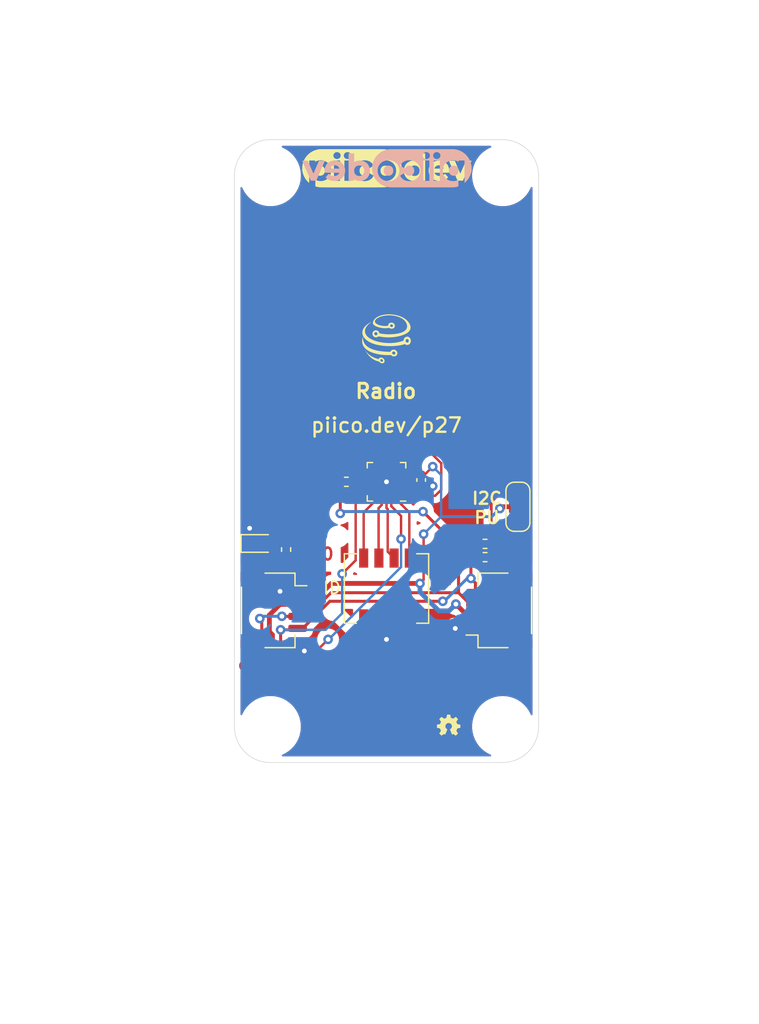
<source format=kicad_pcb>
(kicad_pcb (version 20211014) (generator pcbnew)
  (layers (0 "F.Cu" signal) (31 "B.Cu" signal) (34 "B.Paste" user) (35 "F.Paste" user) (36 "B.SilkS" user "B.Silkscreen") (37 "F.SilkS" user "F.Silkscreen") (38 "B.Mask" user) (39 "F.Mask" user) (44 "Edge.Cuts" user))
  (net 0 "")
  (net 1 "+3V3")
  (net 2 "GND")
  (net 3 "Net-(D1-Pad2)")
  (net 4 "/SCL")
  (net 5 "/SDA")
  (net 6 "Net-(JP2-Pad1)")
  (net 7 "Net-(JP2-Pad3)")
  (net 8 "/UPDI")
  (net 9 "/ADD2")
  (net 10 "/ADD1")
  (net 11 "/PWR_LED")
  (net 12 "/ADD3")
  (net 13 "/ADD4")
  (net 22 "Net-(RV1-Pad2)")
  (net 24 "Net-(R4-Pad1)")
  (footprint "Connector_JST:JST_SH_SM04B-SRSS-TB_1x04-1MP_P1.00mm_Horizontal" (layer "F.Cu") (at 106.7054 101.346 90)
    (fp_text reference "J2" hide)
    (fp_text value " ")
    (pad "1" smd roundrect locked (at -1.5 -2 90) (size 0.6 1.55) (layers "F.Cu" "F.Paste" "F.Mask") (net 2 "GND"))
    (pad "2" smd roundrect locked (at -0.5 -2 90) (size 0.6 1.55) (layers "F.Cu" "F.Paste" "F.Mask") (net 1 "+3V3"))
    (pad "3" smd roundrect locked (at 0.5 -2 90) (size 0.6 1.55) (layers "F.Cu" "F.Paste" "F.Mask") (net 5 "/SDA"))
    (pad "4" smd roundrect locked (at 1.5 -2 90) (size 0.6 1.55) (layers "F.Cu" "F.Paste" "F.Mask") (net 4 "/SCL"))
    (pad "MP" smd roundrect locked (at 2.8 1.875 90) (size 1.2 1.8) (layers "F.Cu" "F.Paste" "F.Mask") (roundrect_rratio 0.2083333333))
    (pad "MP" smd roundrect locked (at -2.8 1.875 90) (size 1.2 1.8) (layers "F.Cu" "F.Paste" "F.Mask") (roundrect_rratio 0.2083333333))
  )
  (footprint "CoreElectronics_Components:MountingHole_2.7mm_M2.5_PadClearance_1.2" (layer "F.Cu") (at 87.582 65.046)
    (fp_text reference "H1" hide)
    (fp_text value "MountingHole" hide)
    (pad "" np_thru_hole circle locked (at 0 0) (size 2.7 2.7) (drill 2.7) (layers *.Cu *.Mask))
  )
  (footprint "Fiducial:Fiducial_1mm_Mask2mm" (layer "F.Cu") (at 90.424 112.708)
    (fp_text reference "FID1" hide)
    (fp_text value "Fiducial" hide)
    (pad "" smd circle locked (at 0 0) (size 1 1) (layers "F.Cu" "F.Mask") (clearance 0.5))
  )
  (footprint "CoreElectronics_Components:MountingHole_2.7mm_M2.5_PadClearance_1.2" (layer "F.Cu") (at 106.982 65.046)
    (fp_text reference "H2" hide)
    (fp_text value "MountingHole" hide)
    (pad "" np_thru_hole circle locked (at 0 0) (size 2.7 2.7) (drill 2.7) (layers *.Cu *.Mask))
  )
  (footprint "Fiducial:Fiducial_1mm_Mask2mm" (layer "F.Cu") (at 108.0516 69.2232)
    (fp_text reference "FID2" hide)
    (fp_text value "Fiducial" hide)
    (pad "" smd circle locked (at 0 0) (size 1 1) (layers "F.Cu" "F.Mask") (clearance 0.5))
  )
  (footprint "Resistor_SMD:R_0402_1005Metric" (layer "F.Cu") (at 88.9 96.266 90)
    (fp_text reference "R1" hide)
    (fp_text value "10k")
    (pad "1" smd roundrect locked (at -0.51 0 90) (size 0.54 0.64) (layers "F.Cu" "F.Paste" "F.Mask") (net 11 "/PWR_LED"))
    (pad "2" smd roundrect locked (at 0.51 0 90) (size 0.54 0.64) (layers "F.Cu" "F.Paste" "F.Mask") (net 3 "Net-(D1-Pad2)"))
  )
  (footprint "LED_SMD:LED_0603_1608Metric" (layer "F.Cu") (at 86.614 95.758)
    (fp_text reference "D1" hide)
    (fp_text value "LED")
    (pad "1" smd roundrect locked (at -0.7875 0) (size 0.875 0.95) (layers "F.Cu" "F.Paste" "F.Mask") (net 2 "GND"))
    (pad "2" smd roundrect locked (at 0.7875 0) (size 0.875 0.95) (layers "F.Cu" "F.Paste" "F.Mask") (net 3 "Net-(D1-Pad2)"))
  )
  (footprint "Connector_JST:JST_SH_SM04B-SRSS-TB_1x04-1MP_P1.00mm_Horizontal" (layer "F.Cu") (at 87.8586 101.346 -90)
    (fp_text reference "J1" hide)
    (fp_text value " " hide)
    (pad "1" smd roundrect locked (at -1.5 -2 270) (size 0.6 1.55) (layers "F.Cu" "F.Paste" "F.Mask") (net 2 "GND"))
    (pad "2" smd roundrect locked (at -0.5 -2 270) (size 0.6 1.55) (layers "F.Cu" "F.Paste" "F.Mask") (net 1 "+3V3"))
    (pad "3" smd roundrect locked (at 0.5 -2 270) (size 0.6 1.55) (layers "F.Cu" "F.Paste" "F.Mask") (net 5 "/SDA"))
    (pad "4" smd roundrect locked (at 1.5 -2 270) (size 0.6 1.55) (layers "F.Cu" "F.Paste" "F.Mask") (net 4 "/SCL"))
    (pad "MP" smd roundrect locked (at 2.8 1.875 270) (size 1.2 1.8) (layers "F.Cu" "F.Paste" "F.Mask") (roundrect_rratio 0.2083325))
    (pad "MP" smd roundrect locked (at -2.8 1.875 270) (size 1.2 1.8) (layers "F.Cu" "F.Paste" "F.Mask") (roundrect_rratio 0.2083325))
  )
  (footprint "CoreElectronics_Artwork:oshw" (layer "F.Cu") (at 102.4636 110.93)
    (fp_text reference "LOGO1" hide)
    (fp_text value "Logo_Open_Hardware_Small" hide)
  )
  (footprint "Resistor_SMD:R_0402_1005Metric" (layer "F.Cu") (at 105.5116 96.901 180)
    (fp_text reference "R2" hide)
    (fp_text value "10k")
    (pad "1" smd roundrect locked (at -0.51 0 180) (size 0.54 0.64) (layers "F.Cu" "F.Paste" "F.Mask") (net 7 "Net-(JP2-Pad3)"))
    (pad "2" smd roundrect locked (at 0.51 0 180) (size 0.54 0.64) (layers "F.Cu" "F.Paste" "F.Mask") (net 4 "/SCL"))
  )
  (footprint "Package_DFN_QFN:VQFN-20-1EP_3x3mm_P0.4mm_EP1.7x1.7mm" (layer "F.Cu") (at 97.282 90.61 180)
    (fp_text reference "U1" hide)
    (fp_text value "ATtiny1616-M")
    (pad "1" smd custom locked (at -1.45 -0.8 180) (size 0.143431 0.143431) (layers "F.Cu" "F.Paste" "F.Mask") (options (clearance outline) (anchor circle)) (primitives (gr_poly (pts (xy -0.35 -0.05) (xy 0.299289 -0.05) (xy 0.35 0.000711) (xy 0.35 0.05) (xy -0.35 0.05)) (width 0.1) (fill yes))))
    (pad "2" smd roundrect locked (at -1.45 -0.4 180) (size 0.8 0.2) (layers "F.Cu" "F.Paste" "F.Mask") (net 11 "/PWR_LED"))
    (pad "3" smd roundrect locked (at -1.45 0 180) (size 0.8 0.2) (layers "F.Cu" "F.Paste" "F.Mask") (net 2 "GND"))
    (pad "4" smd roundrect locked (at -1.45 0.4 180) (size 0.8 0.2) (layers "F.Cu" "F.Paste" "F.Mask") (net 1 "+3V3"))
    (pad "5" smd custom locked (at -1.45 0.8 180) (size 0.143431 0.143431) (layers "F.Cu" "F.Paste" "F.Mask") (options (clearance outline) (anchor circle)) (primitives (gr_poly (pts (xy -0.35 -0.05) (xy 0.35 -0.05) (xy 0.35 -0.000711) (xy 0.299289 0.05) (xy -0.35 0.05)) (width 0.1) (fill yes))))
    (pad "6" smd custom locked (at -0.8 1.45 180) (size 0.143431 0.143431) (layers "F.Cu" "F.Paste" "F.Mask") (options (clearance outline) (anchor circle)) (primitives (gr_poly (pts (xy -0.05 -0.299289) (xy 0.000711 -0.35) (xy 0.05 -0.35) (xy 0.05 0.35) (xy -0.05 0.35)) (width 0.1) (fill yes))))
    (pad "7" smd roundrect locked (at -0.4 1.45 180) (size 0.2 0.8) (layers "F.Cu" "F.Paste" "F.Mask"))
    (pad "8" smd roundrect locked (at 0 1.45 180) (size 0.2 0.8) (layers "F.Cu" "F.Paste" "F.Mask") (net 22 "Net-(RV1-Pad2)"))
    (pad "9" smd roundrect locked (at 0.4 1.45 180) (size 0.2 0.8) (layers "F.Cu" "F.Paste" "F.Mask"))
    (pad "10" smd custom locked (at 0.8 1.45 180) (size 0.143431 0.143431) (layers "F.Cu" "F.Paste" "F.Mask") (options (clearance outline) (anchor circle)) (primitives (gr_poly (pts (xy -0.05 -0.35) (xy -0.000711 -0.35) (xy 0.05 -0.299289) (xy 0.05 0.35) (xy -0.05 0.35)) (width 0.1) (fill yes))))
    (pad "11" smd custom locked (at 1.45 0.8 180) (size 0.143431 0.143431) (layers "F.Cu" "F.Paste" "F.Mask") (options (clearance outline) (anchor circle)) (primitives (gr_poly (pts (xy -0.35 -0.05) (xy 0.35 -0.05) (xy 0.35 0.05) (xy -0.299289 0.05) (xy -0.35 -0.000711)) (width 0.1) (fill yes))))
    (pad "12" smd roundrect locked (at 1.45 0.4 180) (size 0.8 0.2) (layers "F.Cu" "F.Paste" "F.Mask"))
    (pad "13" smd roundrect locked (at 1.45 0 180) (size 0.8 0.2) (layers "F.Cu" "F.Paste" "F.Mask") (net 24 "Net-(R4-Pad1)"))
    (pad "14" smd roundrect locked (at 1.45 -0.4 180) (size 0.8 0.2) (layers "F.Cu" "F.Paste" "F.Mask") (net 4 "/SCL"))
    (pad "15" smd custom locked (at 1.45 -0.8 180) (size 0.143431 0.143431) (layers "F.Cu" "F.Paste" "F.Mask") (options (clearance outline) (anchor circle)) (primitives (gr_poly (pts (xy -0.35 0.000711) (xy -0.299289 -0.05) (xy 0.35 -0.05) (xy 0.35 0.05) (xy -0.35 0.05)) (width 0.1) (fill yes))))
    (pad "16" smd custom locked (at 0.8 -1.45 180) (size 0.143431 0.143431) (layers "F.Cu" "F.Paste" "F.Mask") (net 13 "/ADD4") (options (clearance outline) (anchor circle)) (primitives (gr_poly (pts (xy -0.05 -0.35) (xy 0.05 -0.35) (xy 0.05 0.299289) (xy -0.000711 0.35) (xy -0.05 0.35)) (width 0.1) (fill yes))))
    (pad "17" smd roundrect locked (at 0.4 -1.45 180) (size 0.2 0.8) (layers "F.Cu" "F.Paste" "F.Mask") (net 12 "/ADD3"))
    (pad "18" smd roundrect locked (at 0 -1.45 180) (size 0.2 0.8) (layers "F.Cu" "F.Paste" "F.Mask") (net 9 "/ADD2"))
    (pad "19" smd roundrect locked (at -0.4 -1.45 180) (size 0.2 0.8) (layers "F.Cu" "F.Paste" "F.Mask") (net 8 "/UPDI"))
    (pad "20" smd custom locked (at -0.8 -1.45 180) (size 0.143431 0.143431) (layers "F.Cu" "F.Paste" "F.Mask") (net 10 "/ADD1") (options (clearance outline) (anchor circle)) (primitives (gr_poly (pts (xy -0.05 -0.35) (xy 0.05 -0.35) (xy 0.05 0.35) (xy 0.000711 0.35) (xy -0.05 0.299289)) (width 0.1) (fill yes))))
    (pad "21" smd rect locked (at 0 0 180) (size 1.7 1.7) (layers "F.Cu" "F.Mask") (net 2 "GND"))
  )
  (footprint "Capacitor_SMD:C_0402_1005Metric" (layer "F.Cu") (at 100.1776 90.4576 90)
    (fp_text reference "C1" hide)
    (fp_text value "100n")
    (pad "1" smd roundrect locked (at -0.48 0 90) (size 0.56 0.62) (layers "F.Cu" "F.Paste" "F.Mask") (net 2 "GND"))
    (pad "2" smd roundrect locked (at 0.48 0 90) (size 0.56 0.62) (layers "F.Cu" "F.Paste" "F.Mask") (net 1 "+3V3"))
  )
  (footprint "CoreElectronics_Components:SolderJumper-3_P1.3mm_Closed_RoundedPad1.0x1.5mm_NumberLabels" (layer "F.Cu") (at 108.2548 92.6928 -90)
    (fp_text reference "JP2" hide)
    (fp_text value "I2C PU")
    (fp_line (start -0.85 0) (end 0.85 0) (layer "F.Cu") (width 0.2))
    (pad "1" smd custom locked (at -1.3 0 270) (size 1 0.5) (layers "F.Cu" "F.Mask") (net 6 "Net-(JP2-Pad1)") (options (clearance outline) (anchor rect)) (primitives (gr_circle (center 0 0.25) (end 0.5 0.25) (width 0) (fill yes)) (gr_circle (center 0 -0.25) (end 0.5 -0.25) (width 0) (fill yes)) (gr_poly (pts (xy 0.55 -0.75) (xy 0 -0.75) (xy 0 0.75) (xy 0.55 0.75)) (width 0) (fill yes))))
    (pad "2" smd rect locked (at 0 0 270) (size 1 1.5) (layers "F.Cu" "F.Mask") (net 1 "+3V3"))
    (pad "3" smd custom locked (at 1.3 0 270) (size 1 0.5) (layers "F.Cu" "F.Mask") (net 7 "Net-(JP2-Pad3)") (options (clearance outline) (anchor rect)) (primitives (gr_circle (center 0 0.25) (end 0.5 0.25) (width 0) (fill yes)) (gr_circle (center 0 -0.25) (end 0.5 -0.25) (width 0) (fill yes)) (gr_poly (pts (xy -0.55 -0.75) (xy 0 -0.75) (xy 0 0.75) (xy -0.55 0.75)) (width 0) (fill yes))))
  )
  (footprint "CoreElectronics_Artwork:piicodev_logo_14.2x3.4mm" (layer "F.Cu") (at 97.329859 64.5352)
    (fp_text reference "G1" hide)
    (fp_text value "LOGO_PiicoDev" hide)
  )
  (footprint "Resistor_SMD:R_0402_1005Metric" (layer "F.Cu") (at 105.5096 95.7916 180)
    (fp_text reference "R3" hide)
    (fp_text value "10k")
    (pad "1" smd roundrect locked (at -0.51 0 180) (size 0.54 0.64) (layers "F.Cu" "F.Paste" "F.Mask") (net 6 "Net-(JP2-Pad1)"))
    (pad "2" smd roundrect locked (at 0.51 0 180) (size 0.54 0.64) (layers "F.Cu" "F.Paste" "F.Mask") (net 5 "/SDA"))
  )
  (footprint "CoreElectronics_Artwork:CoreElectronics_logo_5mm_v2" (layer "F.Cu") (at 97.282 78.672)
    (fp_text reference "G2" hide)
    (fp_text value "LOGO_CoreElectronics_no-text" hide)
  )
  (footprint "CoreElectronics_Components:SW_DIP_x04_Slide_CHS-04A1" (layer "F.Cu") (at 97.282 99.5172)
    (fp_text reference "SW1" hide)
    (fp_text value "ADDR")
    (pad "1" smd rect locked (at -1.905 2.54) (size 0.76 1.6) (layers "F.Cu" "F.Paste" "F.Mask") (net 2 "GND"))
    (pad "2" smd rect locked (at -0.635 2.54) (size 0.76 1.6) (layers "F.Cu" "F.Paste" "F.Mask") (net 2 "GND"))
    (pad "3" smd rect locked (at 0.635 2.54) (size 0.76 1.6) (layers "F.Cu" "F.Paste" "F.Mask") (net 2 "GND"))
    (pad "4" smd rect locked (at 1.905 2.54) (size 0.76 1.6) (layers "F.Cu" "F.Paste" "F.Mask") (net 2 "GND"))
    (pad "5" smd rect locked (at 1.905 -2.54) (size 0.76 1.6) (layers "F.Cu" "F.Paste" "F.Mask") (net 10 "/ADD1"))
    (pad "6" smd rect locked (at 0.635 -2.54) (size 0.76 1.6) (layers "F.Cu" "F.Paste" "F.Mask") (net 9 "/ADD2"))
    (pad "7" smd rect locked (at -0.635 -2.54) (size 0.76 1.6) (layers "F.Cu" "F.Paste" "F.Mask") (net 12 "/ADD3"))
    (pad "8" smd rect locked (at -1.905 -2.54) (size 0.76 1.6) (layers "F.Cu" "F.Paste" "F.Mask") (net 13 "/ADD4"))
  )
  (footprint "CoreElectronics_Components:MountingHole_2.7mm_M2.5_PadClearance_1.2" (layer "F.Cu") (at 106.982 111.0488)
    (fp_text reference "H4" hide)
    (fp_text value "MountingHole" hide)
    (pad "" np_thru_hole circle locked (at 0 0) (size 2.7 2.7) (drill 2.7) (layers *.Cu *.Mask))
  )
  (footprint "CoreElectronics_Components:MountingHole_2.7mm_M2.5_PadClearance_1.2" (layer "F.Cu") (at 87.5792 111.0488)
    (fp_text reference "H3" hide)
    (fp_text value "MountingHole" hide)
    (pad "" np_thru_hole circle locked (at 0 0) (size 2.7 2.7) (drill 2.7) (layers *.Cu *.Mask))
  )
  (footprint "Resistor_SMD:R_0402_1005Metric" (layer "F.Cu") (at 93.9292 90.61 180)
    (fp_text reference "R4" hide)
    (fp_text value "120R")
    (pad "1" smd roundrect (at -0.51 0 180) (size 0.54 0.64) (layers "F.Cu" "F.Paste" "F.Mask") (net 24 "Net-(R4-Pad1)"))
    (pad "2" smd roundrect (at 0.51 0 180) (size 0.54 0.64) (layers "F.Cu" "F.Paste" "F.Mask") (net 5 "/SDA"))
  )
  (footprint "CoreElectronics_Components:TestPoint_Pad_D1.0mm_x05_Pattern1" (layer "F.Cu") (at 87.5792 106.9168 -90)
    (fp_text reference "J3" hide)
    (fp_text value "Conn_01x05_Male" hide)
    (pad "1" smd circle (at -0.95 -2.1 270) (size 1 1) (layers "F.Cu" "F.Mask") (net 2 "GND"))
    (pad "2" smd circle (at -0.95 0 270) (size 1 1) (layers "F.Cu" "F.Mask") (net 1 "+3V3"))
    (pad "3" smd circle (at -0.95 2.1 270) (size 1 1) (layers "F.Cu" "F.Mask") (net 5 "/SDA"))
    (pad "4" smd circle (at 0.95 1.05 270) (size 1 1) (layers "F.Cu" "F.Mask") (net 4 "/SCL"))
    (pad "5" smd circle (at 0.95 -1.05 270) (size 1 1) (layers "F.Cu" "F.Mask") (net 8 "/UPDI"))
  )
  (footprint "CoreElectronics_Artwork:piicodev_logo_14.2x3.4mm" (layer "B.Cu") (at 97.297953 64.5352 180)
    (fp_text reference "G3" hide)
    (fp_text value "LOGO_made-with-love" hide)
  )
  (gr_arc (start 109.982 110.998) (mid 109.119589 113.147586) (end 106.9848 114.046) (layer "Edge.Cuts") (width 0.05))
  (gr_arc (start 87.63 114.046) (mid 85.475881 113.188199) (end 84.582 111.0488) (layer "Edge.Cuts") (width 0.05))
  (gr_line (start 106.9848 114.046) (end 87.63 114.046) (layer "Edge.Cuts") (width 0.05))
  (gr_line (start 84.582 111.0488) (end 84.582 65.0206) (layer "Edge.Cuts") (width 0.05))
  (gr_arc (start 84.582 65.0206) (mid 85.469638 62.915706) (end 87.582 62.046) (layer "Edge.Cuts") (width 0.05))
  (gr_arc (start 106.982 62.046) (mid 109.085458 62.906765) (end 109.982 64.9952) (layer "Edge.Cuts") (width 0.05))
  (gr_line (start 87.582 62.046) (end 106.982 62.046) (layer "Edge.Cuts") (width 0.05))
  (gr_line (start 109.982 64.9952) (end 109.982 110.998) (layer "Edge.Cuts") (width 0.05))
  (gr_text "v00" (at 91.5162 96.647) (layer "F.Cu") (effects (font (size 1 1) (thickness 0.2))))
  (gr_text "piico.dev/p27" (at 97.282 85.8856) (layer "F.SilkS") (effects (font (size 1.2 1.2) (thickness 0.2))))
  (gr_text "ID" (at 93.5736 99.4664) (layer "F.SilkS") (effects (font (size 1 1)) (justify right)))
  (gr_text "Radio" (at 97.2312 83.0408) (layer "F.SilkS") (effects (font (size 1.2 1.2) (thickness 0.25))))
  (gr_text "I2C\nPU" (at 105.664 92.7944) (layer "F.SilkS") (effects (font (size 1 1) (thickness 0.2))))
  (segment (start 89.8586 100.846) (end 90.92717 100.846) (width 0.4) (layer "F.Cu") (net 1))
  (segment (start 100.3808 94.9788) (end 100.3808 98.7888) (width 0.2) (layer "F.Cu") (net 1))
  (segment (start 104.0984 101.846) (end 103.0732 100.8208) (width 0.4) (layer "F.Cu") (net 1))
  (segment (start 87.757 103.379264) (end 87.503 103.125264) (width 0.4) (layer "F.Cu") (net 1))
  (segment (start 106.8965 92.6928) (end 106.7441 92.8452) (width 0.4) (layer "F.Cu") (net 1))
  (segment (start 87.503 101.727) (end 88.384 100.846) (width 0.4) (layer "F.Cu") (net 1))
  (segment (start 98.732 90.21) (end 99.9452 90.21) (width 0.2) (layer "F.Cu") (net 1))
  (segment (start 90.92717 100.846) (end 92.67957 99.0936) (width 0.4) (layer "F.Cu") (net 1))
  (segment (start 100.1776 89.9776) (end 100.5052 89.9776) (width 0.2) (layer "F.Cu") (net 1))
  (segment (start 108.2548 92.6928) (end 106.8965 92.6928) (width 0.4) (layer "F.Cu") (net 1))
  (segment (start 99.9452 90.21) (end 100.1776 89.9776) (width 0.2) (layer "F.Cu") (net 1))
  (segment (start 100.5052 89.9776) (end 101.1428 89.34) (width 0.2) (layer "F.Cu") (net 1))
  (segment (start 100.3808 98.7888) (end 100.076 99.0936) (width 0.2) (layer "F.Cu") (net 1))
  (segment (start 87.5792 105.9668) (end 87.757 105.789) (width 0.4) (layer "F.Cu") (net 1))
  (segment (start 88.384 100.846) (end 89.8586 100.846) (width 0.4) (layer "F.Cu") (net 1))
  (segment (start 87.757 105.789) (end 87.757 103.379264) (width 0.4) (layer "F.Cu") (net 1))
  (segment (start 104.7054 101.846) (end 104.0984 101.846) (width 0.4) (layer "F.Cu") (net 1))
  (segment (start 87.503 103.125264) (end 87.503 101.727) (width 0.4) (layer "F.Cu") (net 1))
  (segment (start 92.67957 99.0936) (end 100.076 99.0936) (width 0.4) (layer "F.Cu") (net 1))
  (via (at 100.076 99.0936) (size 0.8) (drill 0.4) (layers "F.Cu" "B.Cu") (net 1))
  (via (at 103.0732 100.8208) (size 0.8) (drill 0.4) (layers "F.Cu" "B.Cu") (net 1))
  (via (at 106.7441 92.8452) (size 0.8) (drill 0.4) (layers "F.Cu" "B.Cu") (net 1))
  (via (at 100.3808 94.9788) (size 0.8) (drill 0.4) (layers "F.Cu" "B.Cu") (net 1))
  (via (at 101.1428 89.34) (size 0.8) (drill 0.4) (layers "F.Cu" "B.Cu") (net 1))
  (segment (start 100.076 99.80968) (end 100.076 99.0936) (width 0.4) (layer "B.Cu") (net 1))
  (segment (start 106.7441 92.8452) (end 106.072011 93.517289) (width 0.25) (layer "B.Cu") (net 1))
  (segment (start 103.0732 100.8208) (end 102.510489 101.383511) (width 0.4) (layer "B.Cu") (net 1))
  (segment (start 101.842311 90.039511) (end 101.842311 93.517289) (width 0.2) (layer "B.Cu") (net 1))
  (segment (start 101.842311 93.517289) (end 100.3808 94.9788) (width 0.2) (layer "B.Cu") (net 1))
  (segment (start 106.072011 93.517289) (end 101.842311 93.517289) (width 0.25) (layer "B.Cu") (net 1))
  (segment (start 101.1428 89.34) (end 101.842311 90.039511) (width 0.2) (layer "B.Cu") (net 1))
  (segment (start 101.649831 101.383511) (end 100.076 99.80968) (width 0.4) (layer "B.Cu") (net 1))
  (segment (start 102.510489 101.383511) (end 101.649831 101.383511) (width 0.4) (layer "B.Cu") (net 1))
  (segment (start 96.647 103.1322) (end 97.282 103.7672) (width 0.2) (layer "F.Cu") (net 2))
  (segment (start 104.7054 102.846) (end 104.1959 102.846) (width 0.2) (layer "F.Cu") (net 2))
  (segment (start 85.8265 94.5135) (end 85.852 94.488) (width 0.25) (layer "F.Cu") (net 2))
  (segment (start 89.6792 105.9668) (end 89.6792 105.4772) (width 0.4) (layer "F.Cu") (net 2))
  (segment (start 85.8265 95.758) (end 85.8265 94.5135) (width 0.25) (layer "F.Cu") (net 2))
  (segment (start 104.7054 102.846) (end 104.116 102.846) (width 0.2) (layer "F.Cu") (net 2))
  (segment (start 89.8586 99.846) (end 88.484 99.846) (width 0.25) (layer "F.Cu") (net 2))
  (segment (start 101.1148 90.9376) (end 101.1428 90.9656) (width 0.2) (layer "F.Cu") (net 2))
  (segment (start 98.732 90.61) (end 99.85 90.61) (width 0.2) (layer "F.Cu") (net 2))
  (segment (start 97.917 102.0572) (end 99.187 102.0572) (width 0.2) (layer "F.Cu") (net 2))
  (segment (start 100.1776 90.9376) (end 101.1148 90.9376) (width 0.2) (layer "F.Cu") (net 2))
  (segment (start 88.484 99.846) (end 88.392 99.754) (width 0.25) (layer "F.Cu") (net 2))
  (segment (start 99.85 90.61) (end 100.1776 90.9376) (width 0.2) (layer "F.Cu") (net 2))
  (segment (start 89.6792 105.4772) (end 90.424 104.7324) (width 0.4) (layer "F.Cu") (net 2))
  (segment (start 95.377 102.0572) (end 96.647 102.0572) (width 0.2) (layer "F.Cu") (net 2))
  (segment (start 96.647 102.0572) (end 97.917 102.0572) (width 0.2) (layer "F.Cu") (net 2))
  (segment (start 104.1092 102.8528) (end 103.0224 102.8528) (width 0.4) (layer "F.Cu") (net 2))
  (segment (start 104.116 102.846) (end 104.1092 102.8528) (width 0.4) (layer "F.Cu") (net 2))
  (segment (start 96.647 102.0572) (end 96.647 103.1322) (width 0.2) (layer "F.Cu") (net 2))
  (via (at 85.852 94.488) (size 0.8) (drill 0.4) (layers "F.Cu" "B.Cu") (net 2))
  (via (at 90.424 104.7324) (size 0.8) (drill 0.4) (layers "F.Cu" "B.Cu") (net 2))
  (via (at 103.0224 102.8528) (size 0.8) (drill 0.4) (layers "F.Cu" "B.Cu") (net 2))
  (via (at 88.392 99.754) (size 0.8) (drill 0.4) (layers "F.Cu" "B.Cu") (net 2))
  (via (at 101.1428 90.9656) (size 0.8) (drill 0.4) (layers "F.Cu" "B.Cu") (net 2))
  (via (at 97.282 103.7672) (size 0.8) (drill 0.4) (layers "F.Cu" "B.Cu") (net 2))
  (via (at 97.282 90.61) (size 0.8) (drill 0.4) (layers "F.Cu" "B.Cu") (net 2))
  (segment (start 87.4015 95.758) (end 88.898 95.758) (width 0.25) (layer "F.Cu") (net 3))
  (segment (start 88.898 95.758) (end 88.9 95.756) (width 0.25) (layer "F.Cu") (net 3))
  (segment (start 104.33038 97.26942) (end 104.33038 98.679) (width 0.25) (layer "F.Cu") (net 4))
  (segment (start 94.7928 91.1688) (end 94.707489 91.254111) (width 0.2) (layer "F.Cu") (net 4))
  (segment (start 88.441964 106.270072) (end 88.441964 102.966922) (width 0.25) (layer "F.Cu") (net 4))
  (segment (start 94.707489 97.163511) (end 93.5769 98.2941) (width 0.2) (layer "F.Cu") (net 4))
  (segment (start 104.33038 97.26942) (end 104.6988 96.901) (width 0.25) (layer "F.Cu") (net 4))
  (segment (start 92.55253 100.584) (end 90.29053 102.846) (width 0.25) (layer "F.Cu") (net 4))
  (segment (start 90.29053 102.846) (end 89.8586 102.846) (width 0.25) (layer "F.Cu") (net 4))
  (segment (start 88.441964 102.966922) (end 89.737678 102.966922) (width 0.25) (layer "F.Cu") (net 4))
  (segment (start 104.7054 99.846) (end 104.7054 99.05402) (width 0.25) (layer "F.Cu") (net 4))
  (segment (start 89.737678 102.966922) (end 89.8586 102.846) (width 0.25) (layer "F.Cu") (net 4))
  (segment (start 101.981 100.584) (end 100.33 100.584) (width 0.25) (layer "F.Cu") (net 4))
  (segment (start 86.845236 107.8668) (end 88.441964 106.270072) (width 0.25) (layer "F.Cu") (net 4))
  (segment (start 104.6988 96.901) (end 105.0016 96.901) (width 0.25) (layer "F.Cu") (net 4))
  (segment (start 104.7054 99.05402) (end 104.33038 98.679) (width 0.25) (layer "F.Cu") (net 4))
  (segment (start 100.33 100.584) (end 92.55253 100.584) (width 0.25) (layer "F.Cu") (net 4))
  (segment (start 95.832 91.01) (end 94.959561 91.01) (width 0.2) (layer "F.Cu") (net 4))
  (segment (start 94.707489 91.254111) (end 94.707489 97.163511) (width 0.2) (layer "F.Cu") (net 4))
  (segment (start 94.959561 91.01) (end 94.800761 91.1688) (width 0.2) (layer "F.Cu") (net 4))
  (segment (start 86.5292 107.8668) (end 86.845236 107.8668) (width 0.25) (layer "F.Cu") (net 4))
  (segment (start 94.800761 91.1688) (end 94.7928 91.1688) (width 0.2) (layer "F.Cu") (net 4))
  (via (at 93.5769 98.2941) (size 0.8) (drill 0.4) (layers "F.Cu" "B.Cu") (net 4))
  (via (at 88.441964 102.966922) (size 0.8) (drill 0.4) (layers "F.Cu" "B.Cu") (net 4))
  (via (at 101.981 100.584) (size 0.8) (drill 0.4) (layers "F.Cu" "B.Cu") (net 4))
  (via (at 104.33038 98.679) (size 0.8) (drill 0.4) (layers "F.Cu" "B.Cu") (net 4))
  (segment (start 92.199395 102.966922) (end 88.441964 102.966922) (width 0.2) (layer "B.Cu") (net 4))
  (segment (start 104.33038 98.679) (end 104.013 98.679) (width 0.25) (layer "B.Cu") (net 4))
  (segment (start 93.5769 98.2941) (end 93.5769 101.589417) (width 0.2) (layer "B.Cu") (net 4))
  (segment (start 104.013 98.679) (end 102.489 100.203) (width 0.25) (layer "B.Cu") (net 4))
  (segment (start 102.489 100.203) (end 102.108 100.584) (width 0.25) (layer "B.Cu") (net 4))
  (segment (start 93.5769 101.589417) (end 92.199395 102.966922) (width 0.2) (layer "B.Cu") (net 4))
  (segment (start 102.108 100.584) (end 101.981 100.584) (width 0.25) (layer "B.Cu") (net 4))
  (segment (start 92.645465 99.869489) (end 93.559711 99.869489) (width 0.25) (layer "F.Cu") (net 5))
  (segment (start 89.8586 101.846) (end 90.668954 101.846) (width 0.25) (layer "F.Cu") (net 5))
  (segment (start 104.072859 96.718341) (end 104.9996 95.7916) (width 0.25) (layer "F.Cu") (net 5))
  (segment (start 103.949141 96.718341) (end 103.949141 96.819941) (width 0.25) (layer "F.Cu") (net 5))
  (segment (start 86.868 102.188427) (end 86.868 103.232048) (width 0.25) (layer "F.Cu") (net 5))
  (segment (start 103.296959 97.472124) (end 103.949141 96.819941) (width 0.25) (layer "F.Cu") (net 5))
  (segment (start 89.8586 101.846) (end 88.5536 101.846) (width 0.25) (layer "F.Cu") (net 5))
  (segment (start 103.296959 99.869489) (end 103.296959 97.472124) (width 0.25) (layer "F.Cu") (net 5))
  (segment (start 103.949141 96.718341) (end 104.072859 96.718341) (width 0.25) (layer "F.Cu") (net 5))
  (segment (start 93.4212 90.612) (end 93.4192 90.61) (width 0.25) (layer "F.Cu") (net 5))
  (segment (start 93.4212 93.2516) (end 93.4212 90.612) (width 0.25) (layer "F.Cu") (net 5))
  (segment (start 86.867432 105.06052) (end 86.38548 105.06052) (width 0.25) (layer "F.Cu") (net 5))
  (segment (start 93.559711 99.869489) (end 103.296959 99.869489) (width 0.25) (layer "F.Cu") (net 5))
  (segment (start 104.7054 100.846) (end 104.27347 100.846) (width 0.25) (layer "F.Cu") (net 5))
  (segment (start 87.19812 104.729832) (end 86.867432 105.06052) (width 0.25) (layer "F.Cu") (net 5))
  (segment (start 103.296959 99.869489) (end 103.694735 100.267265) (width 0.25) (layer "F.Cu") (net 5))
  (segment (start 100.33 93.0992) (end 103.949141 96.718341) (width 0.25) (layer "F.Cu") (net 5))
  (segment (start 87.19812 103.562168) (end 87.19812 104.729832) (width 0.25) (layer "F.Cu") (net 5))
  (segment (start 86.7035 102.023927) (end 86.868 102.188427) (width 0.25) (layer "F.Cu") (net 5))
  (segment (start 86.38548 105.06052) (end 85.4792 105.9668) (width 0.25) (layer "F.Cu") (net 5))
  (segment (start 92.645465 99.869489) (end 90.668954 101.846) (width 0.25) (layer "F.Cu") (net 5))
  (segment (start 86.868 103.232048) (end 87.19812 103.562168) (width 0.25) (layer "F.Cu") (net 5))
  (segment (start 88.5536 101.846) (end 88.5444 101.8368) (width 0.25) (layer "F.Cu") (net 5))
  (segment (start 104.27347 100.846) (end 103.61588 100.18841) (width 0.25) (layer "F.Cu") (net 5))
  (via (at 100.33 93.0992) (size 0.8) (drill 0.4) (layers "F.Cu" "B.Cu") (net 5))
  (via (at 86.7035 102.023927) (size 0.8) (drill 0.4) (layers "F.Cu" "B.Cu") (net 5))
  (via (at 88.5444 101.8368) (size 0.8) (drill 0.4) (layers "F.Cu" "B.Cu") (net 5))
  (via (at 93.4212 93.2516) (size 0.8) (drill 0.4) (layers "F.Cu" "B.Cu") (net 5))
  (segment (start 88.5444 101.8368) (end 86.890627 101.8368) (width 0.25) (layer "B.Cu") (net 5))
  (segment (start 93.4212 93.2516) (end 93.578867 93.093933) (width 0.25) (layer "B.Cu") (net 5))
  (segment (start 100.324733 93.093933) (end 100.33 93.0992) (width 0.25) (layer "B.Cu") (net 5))
  (segment (start 86.890627 101.8368) (end 86.7035 102.023927) (width 0.25) (layer "B.Cu") (net 5))
  (segment (start 93.578867 93.093933) (end 100.324733 93.093933) (width 0.25) (layer "B.Cu") (net 5))
  (segment (start 106.0196 92.2864) (end 106.0196 95.7916) (width 0.25) (layer "F.Cu") (net 6))
  (segment (start 108.2548 91.3928) (end 106.9132 91.3928) (width 0.25) (layer "F.Cu") (net 6))
  (segment (start 106.9132 91.3928) (end 106.0196 92.2864) (width 0.25) (layer "F.Cu") (net 6))
  (segment (start 106.0216 96.901) (end 108.2548 94.6678) (width 0.25) (layer "F.Cu") (net 7))
  (segment (start 108.2548 94.6678) (end 108.2548 93.9928) (width 0.25) (layer "F.Cu") (net 7))
  (segment (start 89.836536 107.8668) (end 90.678 107.025336) (width 0.2) (layer "F.Cu") (net 8))
  (segment (start 98.4975 93.459036) (end 98.4975 95.3852) (width 0.2) (layer "F.Cu") (net 8))
  (segment (start 92.4052 103.7672) (end 90.678 105.4944) (width 0.2) (layer "F.Cu") (net 8))
  (segment (start 97.682 92.643536) (end 98.4975 93.459036) (width 0.2) (layer "F.Cu") (net 8))
  (segment (start 88.6292 107.8668) (end 89.836536 107.8668) (width 0.2) (layer "F.Cu") (net 8))
  (segment (start 90.678 105.4944) (end 90.678 107.025336) (width 0.2) (layer "F.Cu") (net 8))
  (segment (start 97.682 92.06) (end 97.682 92.643536) (width 0.2) (layer "F.Cu") (net 8))
  (via (at 92.4052 103.7672) (size 0.8) (drill 0.4) (layers "F.Cu" "B.Cu") (net 8))
  (via (at 98.4975 95.3852) (size 0.8) (drill 0.4) (layers "F.Cu" "B.Cu") (net 8))
  (segment (start 98.4975 97.7257) (end 98.4975 95.3852) (width 0.2) (layer "B.Cu") (net 8))
  (segment (start 92.456 103.7672) (end 98.4975 97.7257) (width 0.2) (layer "B.Cu") (net 8))
  (segment (start 92.4052 103.7672) (end 92.456 103.7672) (width 0.2) (layer "B.Cu") (net 8))
  (segment (start 97.282 92.7944) (end 97.3836 92.896) (width 0.2) (layer "F.Cu") (net 9))
  (segment (start 97.3836 92.896) (end 97.3836 96.4438) (width 0.2) (layer "F.Cu") (net 9))
  (segment (start 97.282 92.06) (end 97.282 92.7944) (width 0.2) (layer "F.Cu") (net 9))
  (segment (start 97.3836 96.4438) (end 97.917 96.9772) (width 0.2) (layer "F.Cu") (net 9))
  (segment (start 99.187 93.165) (end 99.187 96.9772) (width 0.2) (layer "F.Cu") (net 10))
  (segment (start 98.082 92.06) (end 99.187 93.165) (width 0.2) (layer "F.Cu") (net 10))
  (segment (start 89.50952 92.28648) (end 89.50952 96.16648) (width 0.2) (layer "F.Cu") (net 11))
  (segment (start 101.854 89.061941) (end 99.693659 86.9016) (width 0.2) (layer "F.Cu") (net 11))
  (segment (start 94.8944 86.9016) (end 89.50952 92.28648) (width 0.2) (layer "F.Cu") (net 11))
  (segment (start 98.732 91.01) (end 99.318425 91.01) (width 0.2) (layer "F.Cu") (net 11))
  (segment (start 100.0506 91.7784) (end 101.346 91.7784) (width 0.2) (layer "F.Cu") (net 11))
  (segment (start 99.693659 86.9016) (end 94.8944 86.9016) (width 0.2) (layer "F.Cu") (net 11))
  (segment (start 101.854 91.2704) (end 101.854 89.061941) (width 0.2) (layer "F.Cu") (net 11))
  (segment (start 100.0506 91.742175) (end 100.0506 91.7784) (width 0.2) (layer "F.Cu") (net 11))
  (segment (start 89.50952 96.16648) (end 88.9 96.776) (width 0.2) (layer "F.Cu") (net 11))
  (segment (start 99.318425 91.01) (end 100.0506 91.742175) (width 0.2) (layer "F.Cu") (net 11))
  (segment (start 101.346 91.7784) (end 101.854 91.2704) (width 0.2) (layer "F.Cu") (net 11))
  (segment (start 96.6216 96.9518) (end 96.647 96.9772) (width 0.2) (layer "F.Cu") (net 12))
  (segment (start 96.6216 92.800553) (end 96.6216 96.9518) (width 0.2) (layer "F.Cu") (net 12))
  (segment (start 96.882 92.06) (end 96.882 92.540153) (width 0.2) (layer "F.Cu") (net 12))
  (segment (start 96.882 92.540153) (end 96.6216 92.800553) (width 0.2) (layer "F.Cu") (net 12))
  (segment (start 95.377 93.165) (end 95.377 96.9772) (width 0.2) (layer "F.Cu") (net 13))
  (segment (start 96.482 92.06) (end 95.377 93.165) (width 0.2) (layer "F.Cu") (net 13))
  (segment (start 95.832 90.61) (end 94.4392 90.61) (width 0.2) (layer "F.Cu") (net 24))
  (zone (net 0) (net_name "") (layer "F.Cu") (connect_pads (clearance 0.508)) (min_thickness 0.15) (fill yes (thermal_gap 0.508) (thermal_bridge_width 0.508))
    (polygon (pts (xy 109.8296 114.0288) (xy 84.5312 114.0796) (xy 84.582 62.1112) (xy 109.982 61.9588)))
  )
  (zone (net 2) (net_name "GND") (layer "B.Cu") (connect_pads (clearance 0.508)) (min_thickness 0.15) (fill yes (thermal_gap 0.508) (thermal_bridge_width 0.508))
    (polygon (pts (xy 109.9312 62.0604) (xy 109.982 93.472) (xy 109.8804 113.978) (xy 86.36 114.046) (xy 84.582 114.0796) (xy 84.582 62.131544)))
  )
)
</source>
